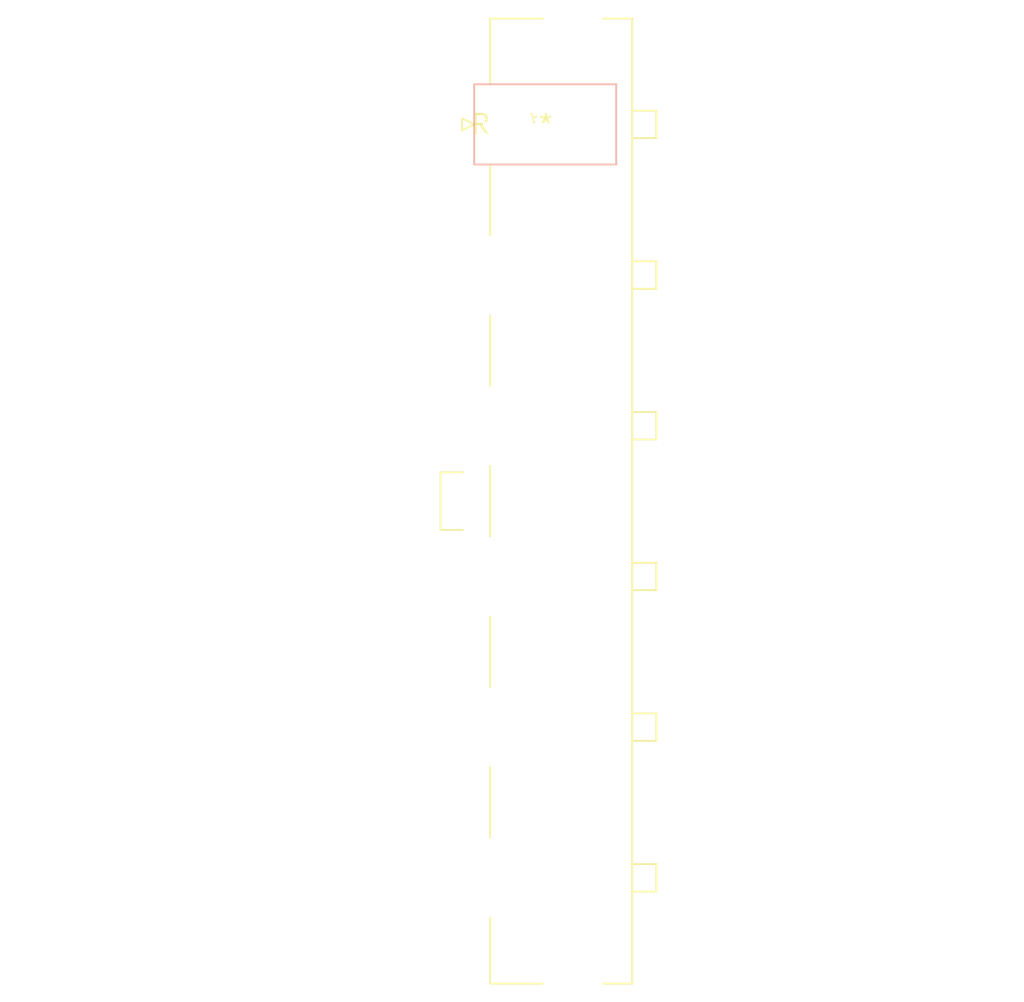
<source format=kicad_pcb>
(kicad_pcb (version 20240108) (generator pcbnew)
  (layers (0 "F.Cu" signal) (31 "B.Cu" signal) (34 "B.Paste" user) (35 "F.Paste" user) (36 "B.SilkS" user "B.Silkscreen") (37 "F.SilkS" user "F.Silkscreen") (38 "B.Mask" user) (39 "F.Mask" user) (44 "Edge.Cuts" user))
  (net 0 "")
  (footprint "Molex_Mini-Fit_Sr_42819-62XX_1x06_P10.00mm_Vertical_ThermalVias" (layer "F.Cu") (at 0 0)
    (property "Reference" "REF**")
    (property "Value" "Molex_Mini-Fit_Sr_42819-62XX_1x06_P10.00mm_Vertical_ThermalVias")
    (fp_line (start -2.51 -2.66) (end -2.51 2.66) (layer "B.SilkS") (stroke (width 0.12)))
    (fp_line (start -2.51 2.66) (end 6.91 2.66) (layer "B.SilkS") (stroke (width 0.12)))
    (fp_line (start 6.91 -2.66) (end -2.51 -2.66) (layer "B.SilkS") (stroke (width 0.12)))
    (fp_line (start 6.91 2.66) (end 6.91 -2.66) (layer "B.SilkS") (stroke (width 0.12)))
    (fp_line (start -4.75 23.09) (end -4.75 26.91) (layer "F.SilkS") (stroke (width 0.12)))
    (fp_line (start -4.75 26.91) (end -3.25 26.91) (layer "F.SilkS") (stroke (width 0.12)))
    (fp_line (start -3.31 -0.4) (end -3.31 0.4) (layer "F.SilkS") (stroke (width 0.12)))
    (fp_line (start -3.31 0.4) (end -2.51 0) (layer "F.SilkS") (stroke (width 0.12)))
    (fp_line (start -3.25 23.09) (end -4.75 23.09) (layer "F.SilkS") (stroke (width 0.12)))
    (fp_line (start -2.51 0) (end -3.31 -0.4) (layer "F.SilkS") (stroke (width 0.12)))
    (fp_line (start -1.45 -7.02) (end 2.05 -7.02) (layer "F.SilkS") (stroke (width 0.12)))
    (fp_line (start -1.45 -2.66) (end -1.45 -7.02) (layer "F.SilkS") (stroke (width 0.12)))
    (fp_line (start -1.45 2.66) (end -1.45 7.34) (layer "F.SilkS") (stroke (width 0.12)))
    (fp_line (start -1.45 12.66) (end -1.45 17.34) (layer "F.SilkS") (stroke (width 0.12)))
    (fp_line (start -1.45 22.66) (end -1.45 27.34) (layer "F.SilkS") (stroke (width 0.12)))
    (fp_line (start -1.45 32.66) (end -1.45 37.34) (layer "F.SilkS") (stroke (width 0.12)))
    (fp_line (start -1.45 42.66) (end -1.45 47.34) (layer "F.SilkS") (stroke (width 0.12)))
    (fp_line (start -1.45 52.66) (end -1.45 57.02) (layer "F.SilkS") (stroke (width 0.12)))
    (fp_line (start -1.45 57.02) (end 2.05 57.02) (layer "F.SilkS") (stroke (width 0.12)))
    (fp_line (start 6.05 -7.02) (end 7.97 -7.02) (layer "F.SilkS") (stroke (width 0.12)))
    (fp_line (start 6.05 57.02) (end 7.97 57.02) (layer "F.SilkS") (stroke (width 0.12)))
    (fp_line (start 7.97 -7.02) (end 7.97 25) (layer "F.SilkS") (stroke (width 0.12)))
    (fp_line (start 7.97 -0.91) (end 9.57 -0.91) (layer "F.SilkS") (stroke (width 0.12)))
    (fp_line (start 7.97 9.09) (end 9.57 9.09) (layer "F.SilkS") (stroke (width 0.12)))
    (fp_line (start 7.97 19.09) (end 9.57 19.09) (layer "F.SilkS") (stroke (width 0.12)))
    (fp_line (start 7.97 29.09) (end 9.57 29.09) (layer "F.SilkS") (stroke (width 0.12)))
    (fp_line (start 7.97 39.09) (end 9.57 39.09) (layer "F.SilkS") (stroke (width 0.12)))
    (fp_line (start 7.97 49.09) (end 9.57 49.09) (layer "F.SilkS") (stroke (width 0.12)))
    (fp_line (start 7.97 57.02) (end 7.97 25) (layer "F.SilkS") (stroke (width 0.12)))
    (fp_line (start 9.57 -0.91) (end 9.57 0.91) (layer "F.SilkS") (stroke (width 0.12)))
    (fp_line (start 9.57 0.91) (end 7.97 0.91) (layer "F.SilkS") (stroke (width 0.12)))
    (fp_line (start 9.57 9.09) (end 9.57 10.91) (layer "F.SilkS") (stroke (width 0.12)))
    (fp_line (start 9.57 10.91) (end 7.97 10.91) (layer "F.SilkS") (stroke (width 0.12)))
    (fp_line (start 9.57 19.09) (end 9.57 20.91) (layer "F.SilkS") (stroke (width 0.12)))
    (fp_line (start 9.57 20.91) (end 7.97 20.91) (layer "F.SilkS") (stroke (width 0.12)))
    (fp_line (start 9.57 29.09) (end 9.57 30.91) (layer "F.SilkS") (stroke (width 0.12)))
    (fp_line (start 9.57 30.91) (end 7.97 30.91) (layer "F.SilkS") (stroke (width 0.12)))
    (fp_line (start 9.57 39.09) (end 9.57 40.91) (layer "F.SilkS") (stroke (width 0.12)))
    (fp_line (start 9.57 40.91) (end 7.97 40.91) (layer "F.SilkS") (stroke (width 0.12)))
    (fp_line (start 9.57 49.09) (end 9.57 50.91) (layer "F.SilkS") (stroke (width 0.12)))
    (fp_line (start 9.57 50.91) (end 7.97 50.91) (layer "F.SilkS") (stroke (width 0.12)))
    (pad "" thru_hole circle (at 4.05 -5.73) (size 4 4) (drill 3) (layers *.Cu *.Mask) (remove_unused_layers))
    (pad "" thru_hole circle (at 4.05 55.73) (size 4 4) (drill 3) (layers *.Cu *.Mask) (remove_unused_layers))
    (pad "1" thru_hole roundrect (at -1.8 -1.95) (size 0.6 0.6) (drill 0.3) (layers *.Cu *.Mask) (remove_unused_layers))
    (pad "1" thru_hole roundrect (at -1.8 0) (size 0.6 0.6) (drill 0.3) (layers *.Cu *.Mask) (remove_unused_layers))
    (pad "1" thru_hole roundrect (at -1.8 1.95) (size 0.6 0.6) (drill 0.3) (layers *.Cu *.Mask) (remove_unused_layers))
    (pad "1" thru_hole rect (at 0 0) (size 4.5 4.8) (drill 2.8) (layers *.Cu *.Mask) (remove_unused_layers))
    (pad "1" thru_hole roundrect (at 0.2 -1.95) (size 0.6 0.6) (drill 0.3) (layers *.Cu *.Mask) (remove_unused_layers))
    (pad "1" thru_hole roundrect (at 0.2 1.95) (size 0.6 0.6) (drill 0.3) (layers *.Cu *.Mask) (remove_unused_layers))
    (pad "1" thru_hole roundrect (at 2.2 -1.95) (size 0.6 0.6) (drill 0.3) (layers *.Cu *.Mask) (remove_unused_layers))
    (pad "1" thru_hole roundrect (at 2.2 0) (size 0.6 0.6) (drill 0.3) (layers *.Cu *.Mask) (remove_unused_layers))
    (pad "1" thru_hole roundrect (at 2.2 1.95) (size 0.6 0.6) (drill 0.3) (layers *.Cu *.Mask) (remove_unused_layers))
    (pad "1" thru_hole roundrect (at 4.2 -1.95) (size 0.6 0.6) (drill 0.3) (layers *.Cu *.Mask) (remove_unused_layers))
    (pad "1" thru_hole roundrect (at 4.2 1.95) (size 0.6 0.6) (drill 0.3) (layers *.Cu *.Mask) (remove_unused_layers))
    (pad "1" thru_hole rect (at 4.4 0) (size 4.5 4.8) (drill 2.8) (layers *.Cu *.Mask) (remove_unused_layers))
    (pad "1" thru_hole roundrect (at 6.2 -1.95) (size 0.6 0.6) (drill 0.3) (layers *.Cu *.Mask) (remove_unused_layers))
    (pad "1" thru_hole roundrect (at 6.2 0) (size 0.6 0.6) (drill 0.3) (layers *.Cu *.Mask) (remove_unused_layers))
    (pad "1" thru_hole roundrect (at 6.2 1.95) (size 0.6 0.6) (drill 0.3) (layers *.Cu *.Mask) (remove_unused_layers))
    (pad "2" thru_hole circle (at -1.8 8.05) (size 0.6 0.6) (drill 0.3) (layers *.Cu *.Mask) (remove_unused_layers))
    (pad "2" thru_hole circle (at -1.8 10) (size 0.6 0.6) (drill 0.3) (layers *.Cu *.Mask) (remove_unused_layers))
    (pad "2" thru_hole circle (at -1.8 11.95) (size 0.6 0.6) (drill 0.3) (layers *.Cu *.Mask) (remove_unused_layers))
    (pad "2" thru_hole rect (at 0 10) (size 4.5 4.8) (drill 2.8) (layers *.Cu *.Mask) (remove_unused_layers))
    (pad "2" thru_hole circle (at 0.2 8.05) (size 0.6 0.6) (drill 0.3) (layers *.Cu *.Mask) (remove_unused_layers))
    (pad "2" thru_hole circle (at 0.2 11.95) (size 0.6 0.6) (drill 0.3) (layers *.Cu *.Mask) (remove_unused_layers))
    (pad "2" thru_hole circle (at 2.2 8.05) (size 0.6 0.6) (drill 0.3) (layers *.Cu *.Mask) (remove_unused_layers))
    (pad "2" thru_hole circle (at 2.2 10) (size 0.6 0.6) (drill 0.3) (layers *.Cu *.Mask) (remove_unused_layers))
    (pad "2" thru_hole circle (at 2.2 11.95) (size 0.6 0.6) (drill 0.3) (layers *.Cu *.Mask) (remove_unused_layers))
    (pad "2" thru_hole circle (at 4.2 8.05) (size 0.6 0.6) (drill 0.3) (layers *.Cu *.Mask) (remove_unused_layers))
    (pad "2" thru_hole circle (at 4.2 11.95) (size 0.6 0.6) (drill 0.3) (layers *.Cu *.Mask) (remove_unused_layers))
    (pad "2" thru_hole rect (at 4.4 10) (size 4.5 4.8) (drill 2.8) (layers *.Cu *.Mask) (remove_unused_layers))
    (pad "2" thru_hole circle (at 6.2 8.05) (size 0.6 0.6) (drill 0.3) (layers *.Cu *.Mask) (remove_unused_layers))
    (pad "2" thru_hole circle (at 6.2 10) (size 0.6 0.6) (drill 0.3) (layers *.Cu *.Mask) (remove_unused_layers))
    (pad "2" thru_hole circle (at 6.2 11.95) (size 0.6 0.6) (drill 0.3) (layers *.Cu *.Mask) (remove_unused_layers))
    (pad "3" thru_hole circle (at -1.8 18.05) (size 0.6 0.6) (drill 0.3) (layers *.Cu *.Mask) (remove_unused_layers))
    (pad "3" thru_hole circle (at -1.8 20) (size 0.6 0.6) (drill 0.3) (layers *.Cu *.Mask) (remove_unused_layers))
    (pad "3" thru_hole circle (at -1.8 21.95) (size 0.6 0.6) (drill 0.3) (layers *.Cu *.Mask) (remove_unused_layers))
    (pad "3" thru_hole rect (at 0 20) (size 4.5 4.8) (drill 2.8) (layers *.Cu *.Mask) (remove_unused_layers))
    (pad "3" thru_hole circle (at 0.2 18.05) (size 0.6 0.6) (drill 0.3) (layers *.Cu *.Mask) (remove_unused_layers))
    (pad "3" thru_hole circle (at 0.2 21.95) (size 0.6 0.6) (drill 0.3) (layers *.Cu *.Mask) (remove_unused_layers))
    (pad "3" thru_hole circle (at 2.2 18.05) (size 0.6 0.6) (drill 0.3) (layers *.Cu *.Mask) (remove_unused_layers))
    (pad "3" thru_hole circle (at 2.2 20) (size 0.6 0.6) (drill 0.3) (layers *.Cu *.Mask) (remove_unused_layers))
    (pad "3" thru_hole circle (at 2.2 21.95) (size 0.6 0.6) (drill 0.3) (layers *.Cu *.Mask) (remove_unused_layers))
    (pad "3" thru_hole circle (at 4.2 18.05) (size 0.6 0.6) (drill 0.3) (layers *.Cu *.Mask) (remove_unused_layers))
    (pad "3" thru_hole circle (at 4.2 21.95) (size 0.6 0.6) (drill 0.3) (layers *.Cu *.Mask) (remove_unused_layers))
    (pad "3" thru_hole rect (at 4.4 20) (size 4.5 4.8) (drill 2.8) (layers *.Cu *.Mask) (remove_unused_layers))
    (pad "3" thru_hole circle (at 6.2 18.05) (size 0.6 0.6) (drill 0.3) (layers *.Cu *.Mask) (remove_unused_layers))
    (pad "3" thru_hole circle (at 6.2 20) (size 0.6 0.6) (drill 0.3) (layers *.Cu *.Mask) (remove_unused_layers))
    (pad "3" thru_hole circle (at 6.2 21.95) (size 0.6 0.6) (drill 0.3) (layers *.Cu *.Mask) (remove_unused_layers))
    (pad "4" thru_hole circle (at -1.8 28.05) (size 0.6 0.6) (drill 0.3) (layers *.Cu *.Mask) (remove_unused_layers))
    (pad "4" thru_hole circle (at -1.8 30) (size 0.6 0.6) (drill 0.3) (layers *.Cu *.Mask) (remove_unused_layers))
    (pad "4" thru_hole circle (at -1.8 31.95) (size 0.6 0.6) (drill 0.3) (layers *.Cu *.Mask) (remove_unused_layers))
    (pad "4" thru_hole rect (at 0 30) (size 4.5 4.8) (drill 2.8) (layers *.Cu *.Mask) (remove_unused_layers))
    (pad "4" thru_hole circle (at 0.2 28.05) (size 0.6 0.6) (drill 0.3) (layers *.Cu *.Mask) (remove_unused_layers))
    (pad "4" thru_hole circle (at 0.2 31.95) (size 0.6 0.6) (drill 0.3) (layers *.Cu *.Mask) (remove_unused_layers))
    (pad "4" thru_hole circle (at 2.2 28.05) (size 0.6 0.6) (drill 0.3) (layers *.Cu *.Mask) (remove_unused_layers))
    (pad "4" thru_hole circle (at 2.2 30) (size 0.6 0.6) (drill 0.3) (layers *.Cu *.Mask) (remove_unused_layers))
    (pad "4" thru_hole circle (at 2.2 31.95) (size 0.6 0.6) (drill 0.3) (layers *.Cu *.Mask) (remove_unused_layers))
    (pad "4" thru_hole circle (at 4.2 28.05) (size 0.6 0.6) (drill 0.3) (layers *.Cu *.Mask) (remove_unused_layers))
    (pad "4" thru_hole circle (at 4.2 31.95) (size 0.6 0.6) (drill 0.3) (layers *.Cu *.Mask) (remove_unused_layers))
    (pad "4" thru_hole rect (at 4.4 30) (size 4.5 4.8) (drill 2.8) (layers *.Cu *.Mask) (remove_unused_layers))
    (pad "4" thru_hole circle (at 6.2 28.05) (size 0.6 0.6) (drill 0.3) (layers *.Cu *.Mask) (remove_unused_layers))
    (pad "4" thru_hole circle (at 6.2 30) (size 0.6 0.6) (drill 0.3) (layers *.Cu *.Mask) (remove_unused_layers))
    (pad "4" thru_hole circle (at 6.2 31.95) (size 0.6 0.6) (drill 0.3) (layers *.Cu *.Mask) (remove_unused_layers))
    (pad "5" thru_hole circle (at -1.8 38.05) (size 0.6 0.6) (drill 0.3) (layers *.Cu *.Mask) (remove_unused_layers))
    (pad "5" thru_hole circle (at -1.8 40) (size 0.6 0.6) (drill 0.3) (layers *.Cu *.Mask) (remove_unused_layers))
    (pad "5" thru_hole circle (at -1.8 41.95) (size 0.6 0.6) (drill 0.3) (layers *.Cu *.Mask) (remove_unused_layers))
    (pad "5" thru_hole rect (at 0 40) (size 4.5 4.8) (drill 2.8) (layers *.Cu *.Mask) (remove_unused_layers))
    (pad "5" thru_hole circle (at 0.2 38.05) (size 0.6 0.6) (drill 0.3) (layers *.Cu *.Mask) (remove_unused_layers))
    (pad "5" thru_hole circle (at 0.2 41.95) (size 0.6 0.6) (drill 0.3) (layers *.Cu *.Mask) (remove_unused_layers))
    (pad "5" thru_hole circle (at 2.2 38.05) (size 0.6 0.6) (drill 0.3) (layers *.Cu *.Mask) (remove_unused_layers))
    (pad "5" thru_hole circle (at 2.2 40) (size 0.6 0.6) (drill 0.3) (layers *.Cu *.Mask) (remove_unused_layers))
    (pad "5" thru_hole circle (at 2.2 41.95) (size 0.6 0.6) (drill 0.3) (layers *.Cu *.Mask) (remove_unused_layers))
    (pad "5" thru_hole circle (at 4.2 38.05) (size 0.6 0.6) (drill 0.3) (layers *.Cu *.Mask) (remove_unused_layers))
    (pad "5" thru_hole circle (at 4.2 41.95) (size 0.6 0.6) (drill 0.3) (layers *.Cu *.Mask) (remove_unused_layers))
    (pad "5" thru_hole rect (at 4.4 40) (size 4.5 4.8) (drill 2.8) (layers *.Cu *.Mask) (remove_unused_layers))
    (pad "5" thru_hole circle (at 6.2 38.05) (size 0.6 0.6) (drill 0.3) (layers *.Cu *.Mask) (remove_unused_layers))
    (pad "5" thru_hole circle (at 6.2 40) (size 0.6 0.6) (drill 0.3) (layers *.Cu *.Mask) (remove_unused_layers))
    (pad "5" thru_hole circle (at 6.2 41.95) (size 0.6 0.6) (drill 0.3) (layers *.Cu *.Mask) (remove_unused_layers))
    (pad "6" thru_hole circle (at -1.8 48.05) (size 0.6 0.6) (drill 0.3) (layers *.Cu *.Mask) (remove_unused_layers))
    (pad "6" thru_hole circle (at -1.8 50) (size 0.6 0.6) (drill 0.3) (layers *.Cu *.Mask) (remove_unused_layers))
    (pad "6" thru_hole circle (at -1.8 51.95) (size 0.6 0.6) (drill 0.3) (layers *.Cu *.Mask) (remove_unused_layers))
    (pad "6" thru_hole rect (at 0 50) (size 4.5 4.8) (drill 2.8) (layers *.Cu *.Mask) (remove_unused_layers))
    (pad "6" thru_hole circle (at 0.2 48.05) (size 0.6 0.6) (drill 0.3) (layers *.Cu *.Mask) (remove_unused_layers))
    (pad "6" thru_hole circle (at 0.2 51.95) (size 0.6 0.6) (drill 0.3) (layers *.Cu *.Mask) (remove_unused_layers))
    (pad "6" thru_hole circle (at 2.2 48.05) (size 0.6 0.6) (drill 0.3) (layers *.Cu *.Mask) (remove_unused_layers))
    (pad "6" thru_hole circle (at 2.2 50) (size 0.6 0.6) (drill 0.3) (layers *.Cu *.Mask) (remove_unused_layers))
    (pad "6" thru_hole circle (at 2.2 51.95) (size 0.6 0.6) (drill 0.3) (layers *.Cu *.Mask) (remove_unused_layers))
    (pad "6" thru_hole circle (at 4.2 48.05) (size 0.6 0.6) (drill 0.3) (layers *.Cu *.Mask) (remove_unused_layers))
    (pad "6" thru_hole circle (at 4.2 51.95) (size 0.6 0.6) (drill 0.3) (layers *.Cu *.Mask) (remove_unused_layers))
    (pad "6" thru_hole rect (at 4.4 50) (size 4.5 4.8) (drill 2.8) (layers *.Cu *.Mask) (remove_unused_layers))
    (pad "6" thru_hole circle (at 6.2 48.05) (size 0.6 0.6) (drill 0.3) (layers *.Cu *.Mask) (remove_unused_layers))
    (pad "6" thru_hole circle (at 6.2 50) (size 0.6 0.6) (drill 0.3) (layers *.Cu *.Mask) (remove_unused_layers))
    (pad "6" thru_hole circle (at 6.2 51.95) (size 0.6 0.6) (drill 0.3) (layers *.Cu *.Mask) (remove_unused_layers))
  )
)
</source>
